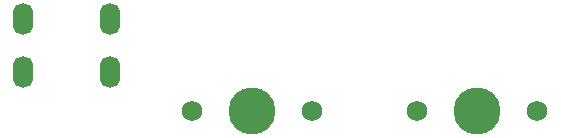
<source format=gts>
G04 #@! TF.GenerationSoftware,KiCad,Pcbnew,8.0.2*
G04 #@! TF.CreationDate,2024-12-03T18:18:40-08:00*
G04 #@! TF.ProjectId,keypad-pcb,6b657970-6164-42d7-9063-622e6b696361,rev?*
G04 #@! TF.SameCoordinates,Original*
G04 #@! TF.FileFunction,Soldermask,Top*
G04 #@! TF.FilePolarity,Negative*
%FSLAX46Y46*%
G04 Gerber Fmt 4.6, Leading zero omitted, Abs format (unit mm)*
G04 Created by KiCad (PCBNEW 8.0.2) date 2024-12-03 18:18:40*
%MOMM*%
%LPD*%
G01*
G04 APERTURE LIST*
%ADD10C,1.750000*%
%ADD11C,3.987800*%
%ADD12O,1.700000X2.700000*%
G04 APERTURE END LIST*
D10*
X69429000Y-63817000D03*
D11*
X74509000Y-63817000D03*
D10*
X79589000Y-63817000D03*
X88471117Y-63814802D03*
D11*
X93551117Y-63814802D03*
D10*
X98631117Y-63814802D03*
D12*
X62427000Y-55992000D03*
X55127000Y-55992000D03*
X62427000Y-60492000D03*
X55127000Y-60492000D03*
M02*

</source>
